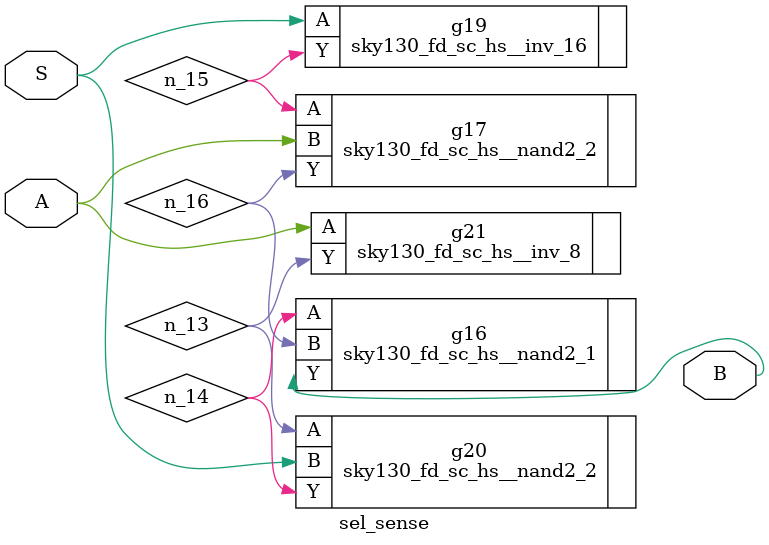
<source format=v>


// Verification Directory fv/sel_sense 

module sel_sense(A, S, B);
  input A, S;
  output B;
  wire A, S;
  wire B;
  wire n_13, n_14, n_15, n_16;
  sky130_fd_sc_hs__nand2_1 g16(.A (n_14), .B (n_16), .Y (B));
  sky130_fd_sc_hs__nand2_2 g20(.A (n_13), .B (S), .Y (n_14));
  sky130_fd_sc_hs__inv_8 g21(.A (A), .Y (n_13));
  sky130_fd_sc_hs__nand2_2 g17(.A (n_15), .B (A), .Y (n_16));
  sky130_fd_sc_hs__inv_16 g19(.A (S), .Y (n_15));
endmodule


</source>
